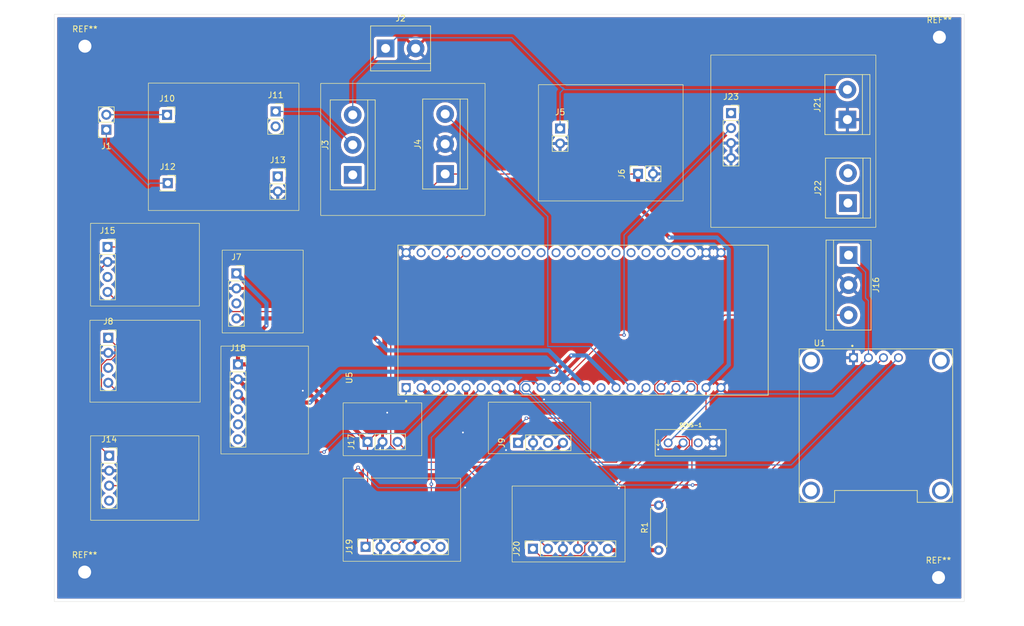
<source format=kicad_pcb>
(kicad_pcb (version 20241229) (generator "pcbnew") (generator_version "9.0")
  (layers (0 "F.Cu" signal) (2 "B.Cu" signal) (13 "F.Paste" user) (15 "B.Paste" user) (5 "F.SilkS" user "F.Silkscreen") (7 "B.SilkS" user "B.Silkscreen") (1 "F.Mask" user) (3 "B.Mask" user) (25 "Edge.Cuts" user))
  (net 0 "")
  (net 1 "Net-(J1-Pin_2)")
  (net 2 "Net-(J1-Pin_1)")
  (net 3 "GND")
  (net 4 "/BAT+")
  (net 6 "Net-(J11-Pin_1)")
  (net 7 "/+5V")
  (net 8 "/Relay_In")
  (net 10 "/+3V3")
  (net 11 "/AO_HAll")
  (net 13 "/AO_Soil")
  (net 15 "/AO_Rain")
  (net 19 "/DO_IR")
  (net 21 "/MQ_OUT")
  (net 22 "/OUT_Waterflow")
  (net 23 "/OUT_SOUND")
  (net 25 "/SCL_BME")
  (net 27 "/SDA_BME")
  (net 29 "/SDA_RTC")
  (net 31 "/SCL_RTC")
  (net 32 "/VO_dust")
  (net 33 "/LED")
  (net 34 "Net-(J20-Pin_6)")
  (net 37 "/OUT_Voltage")
  (net 39 "/DHT_OUT")
  (net 40 "/SDA_OLED")
  (net 41 "/SCL_OLED")
  (footprint "TerminalBlock:TerminalBlock_bornier-2_P5.08mm" (layer "F.Cu") (at 164.61 71.12 90)
    (property "Reference" "J22" (at 2.54 -5.08 90) (layer "F.SilkS"))
    (property "Value" "Screw_Terminal_01x02")
    (pad "1" thru_hole rect (at 0 0 90) (size 3 3) (drill 1.52) (layers "*.Cu" "*.Mask"))
    (pad "2" thru_hole circle (at 5.08 0 90) (size 3 3) (drill 1.52) (layers "*.Cu" "*.Mask"))
  )
  (footprint "Connector_PinSocket_2.54mm:PinSocket_1x04_P2.54mm_Vertical" (layer "F.Cu") (at 39.44 113.91)
    (property "Reference" "J14" (at 0 -2.77 0) (layer "F.SilkS"))
    (property "Value" "Conn_01x04_Socket")
    (pad "1" thru_hole rect (at 0 0) (size 1.7 1.7) (drill 1) (layers "*.Cu" "*.Mask") (net 10 "/+3V3"))
    (pad "2" thru_hole oval (at 0 2.54) (size 1.7 1.7) (drill 1) (layers "*.Cu" "*.Mask") (net 3 "GND"))
    (pad "3" thru_hole oval (at 0 5.08) (size 1.7 1.7) (drill 1) (layers "*.Cu" "*.Mask") (net 19 "/DO_IR"))
    (pad "4" thru_hole oval (at 0 7.62) (size 1.7 1.7) (drill 1) (layers "*.Cu" "*.Mask"))
  )
  (footprint "Connector_PinSocket_2.54mm:PinSocket_1x02_P2.54mm_Vertical" (layer "F.Cu") (at 38.965 58.685 180)
    (property "Reference" "J1" (at 0 -2.77 0) (layer "F.SilkS"))
    (property "Value" "SOLAR")
    (pad "1" thru_hole rect (at 0 0 180) (size 1.7 1.7) (drill 1) (layers "*.Cu" "*.Mask") (net 2 "Net-(J1-Pin_1)"))
    (pad "2" thru_hole oval (at 0 2.54 180) (size 1.7 1.7) (drill 1) (layers "*.Cu" "*.Mask") (net 1 "Net-(J1-Pin_2)"))
  )
  (footprint "MountingHole:MountingHole_2.2mm_M2_DIN965_Pad" (layer "F.Cu") (at 35.29 133.63)
    (property "Reference" "REF**" (at 0 -2.9 0) (layer "F.SilkS"))
    (property "Value" "MountingHole_2.2mm_M2_DIN965_Pad")
    (pad "1" thru_hole circle (at 0 0) (size 3.8 3.8) (drill 2.2) (layers "*.Cu" "*.Mask"))
  )
  (footprint "DM-OLED096-636:MODULE_DM-OLED096-636" (layer "F.Cu") (at 169.35 108.81)
    (property "Reference" "U1" (at -9.525 -13.97 0) (layer "F.SilkS"))
    (property "Value" "DM-OLED096-636")
    (pad "1" thru_hole rect (at -3.81 -11.5) (size 1.508 1.508) (drill 1) (layers "*.Cu" "*.Mask") (net 3 "GND"))
    (pad "2" thru_hole circle (at -1.27 -11.5) (size 1.508 1.508) (drill 1) (layers "*.Cu" "*.Mask") (net 10 "/+3V3"))
    (pad "3" thru_hole circle (at 1.27 -11.5) (size 1.508 1.508) (drill 1) (layers "*.Cu" "*.Mask") (net 41 "/SCL_OLED"))
    (pad "4" thru_hole circle (at 3.81 -11.5) (size 1.508 1.508) (drill 1) (layers "*.Cu" "*.Mask") (net 40 "/SDA_OLED"))
    (pad "S1" thru_hole circle (at -11 -11) (size 3 3) (drill 2) (layers "*.Cu" "*.Mask"))
    (pad "S2" thru_hole circle (at 11 -11) (size 3 3) (drill 2) (layers "*.Cu" "*.Mask"))
    (pad "S3" thru_hole circle (at 11 11) (size 3 3) (drill 2) (layers "*.Cu" "*.Mask"))
    (pad "S4" thru_hole circle (at -11 11) (size 3 3) (drill 2) (layers "*.Cu" "*.Mask"))
  )
  (footprint "Connector_PinSocket_2.54mm:PinSocket_1x03_P2.54mm_Vertical" (layer "F.Cu") (at 83.22 111.57 90)
    (property "Reference" "J17" (at 0 -2.77 90) (layer "F.SilkS"))
    (property "Value" "Conn_01x03_Socket")
    (pad "1" thru_hole rect (at 0 0 90) (size 1.7 1.7) (drill 1) (layers "*.Cu" "*.Mask") (net 10 "/+3V3"))
    (pad "2" thru_hole oval (at 0 2.54 90) (size 1.7 1.7) (drill 1) (layers "*.Cu" "*.Mask") (net 3 "GND"))
    (pad "3" thru_hole oval (at 0 5.08 90) (size 1.7 1.7) (drill 1) (layers "*.Cu" "*.Mask") (net 23 "/OUT_SOUND"))
  )
  (footprint "Connector_PinSocket_2.54mm:PinSocket_1x01_P2.54mm_Vertical" (layer "F.Cu") (at 49.37 67.74)
    (property "Reference" "J12" (at 0 -2.77 0) (layer "F.SilkS"))
    (property "Value" "Conn_01x01_Socket")
    (pad "1" thru_hole rect (at 0 0) (size 1.7 1.7) (drill 1) (layers "*.Cu" "*.Mask") (net 2 "Net-(J1-Pin_1)"))
  )
  (footprint "ESP32-S3-DEVKITC-1-N8R2 (1):XCVR_ESP32-S3-DEVKITC-1-N8R2" (layer "F.Cu") (at 119.73 90.95 90)
    (property "Reference" "U5" (at -9.775 -39.605 90) (layer "F.SilkS"))
    (property "Value" "ESP32-S3-DEVKITC-1-N8R2")
    (pad "J1_1" thru_hole rect (at -11.43 -29.97 90) (size 1.53 1.53) (drill 1.02) (layers "*.Cu" "*.Mask") (net 10 "/+3V3"))
    (pad "J1_2" thru_hole circle (at -11.43 -27.43 90) (size 1.53 1.53) (drill 1.02) (layers "*.Cu" "*.Mask") (net 10 "/+3V3"))
    (pad "J1_3" thru_hole circle (at -11.43 -24.89 90) (size 1.53 1.53) (drill 1.02) (layers "*.Cu" "*.Mask"))
    (pad "J1_4" thru_hole circle (at -11.43 -22.35 90) (size 1.53 1.53) (drill 1.02) (layers "*.Cu" "*.Mask") (net 13 "/AO_Soil"))
    (pad "J1_5" thru_hole circle (at -11.43 -19.81 90) (size 1.53 1.53) (drill 1.02) (layers "*.Cu" "*.Mask") (net 15 "/AO_Rain"))
    (pad "J1_6" thru_hole circle (at -11.43 -17.27 90) (size 1.53 1.53) (drill 1.02) (layers "*.Cu" "*.Mask") (net 29 "/SDA_RTC"))
    (pad "J1_7" thru_hole circle (at -11.43 -14.73 90) (size 1.53 1.53) (drill 1.02) (layers "*.Cu" "*.Mask") (net 31 "/SCL_RTC"))
    (pad "J1_8" thru_hole circle (at -11.43 -12.19 90) (size 1.53 1.53) (drill 1.02) (layers "*.Cu" "*.Mask") (net 39 "/DHT_OUT"))
    (pad "J1_9" thru_hole circle (at -11.43 -9.65 90) (size 1.53 1.53) (drill 1.02) (layers "*.Cu" "*.Mask") (net 40 "/SDA_OLED"))
    (pad "J1_10" thru_hole circle (at -11.43 -7.11 90) (size 1.53 1.53) (drill 1.02) (layers "*.Cu" "*.Mask") (net 41 "/SCL_OLED"))
    (pad "J1_11" thru_hole circle (at -11.43 -4.57 90) (size 1.53 1.53) (drill 1.02) (layers "*.Cu" "*.Mask") (net 37 "/OUT_Voltage"))
    (pad "J1_12" thru_hole circle (at -11.43 -2.03 90) (size 1.53 1.53) (drill 1.02) (layers "*.Cu" "*.Mask") (net 27 "/SDA_BME"))
    (pad "J1_13" thru_hole circle (at -11.43 0.51 90) (size 1.53 1.53) (drill 1.02) (layers "*.Cu" "*.Mask") (net 11 "/AO_HAll"))
    (pad "J1_14" thru_hole circle (at -11.43 3.05 90) (size 1.53 1.53) (drill 1.02) (layers "*.Cu" "*.Mask"))
    (pad "J1_15" thru_hole circle (at -11.43 5.59 90) (size 1.53 1.53) (drill 1.02) (layers "*.Cu" "*.Mask") (net 25 "/SCL_BME"))
    (pad "J1_16" thru_hole circle (at -11.43 8.13 90) (size 1.53 1.53) (drill 1.02) (layers "*.Cu" "*.Mask") (net 8 "/Relay_In"))
    (pad "J1_17" thru_hole circle (at -11.43 10.67 90) (size 1.53 1.53) (drill 1.02) (layers "*.Cu" "*.Mask") (net 19 "/DO_IR"))
    (pad "J1_18" thru_hole circle (at -11.43 13.21 90) (size 1.53 1.53) (drill 1.02) (layers "*.Cu" "*.Mask") (net 33 "/LED"))
    (pad "J1_19" thru_hole circle (at -11.43 15.75 90) (size 1.53 1.53) (drill 1.02) (layers "*.Cu" "*.Mask") (net 22 "/OUT_Waterflow"))
    (pad "J1_20" thru_hole circle (at -11.43 18.29 90) (size 1.53 1.53) (drill 1.02) (layers "*.Cu" "*.Mask") (net 23 "/OUT_SOUND"))
    (pad "J1_21" thru_hole circle (at -11.43 20.83 90) (size 1.53 1.53) (drill 1.02) (layers "*.Cu" "*.Mask") (net 7 "/+5V"))
    (pad "J1_22" thru_hole circle (at -11.43 23.37 90) (size 1.53 1.53) (drill 1.02) (layers "*.Cu" "*.Mask") (net 3 "GND"))
    (pad "J3_1" thru_hole circle (at 11.43 -29.97 90) (size 1.53 1.53) (drill 1.02) (layers "*.Cu" "*.Mask") (net 3 "GND"))
    (pad "J3_2" thru_hole circle (at 11.43 -27.43 90) (size 1.53 1.53) (drill 1.02) (layers "*.Cu" "*.Mask"))
    (pad "J3_3" thru_hole circle (at 11.43 -24.89 90) (size 1.53 1.53) (drill 1.02) (layers "*.Cu" "*.Mask"))
    (pad "J3_4" thru_hole circle (at 11.43 -22.35 90) (size 1.53 1.53) (drill 1.02) (layers "*.Cu" "*.Mask") (net 21 "/MQ_OUT"))
    (pad "J3_5" thru_hole circle (at 11.43 -19.81 90) (size 1.53 1.53) (drill 1.02) (layers "*.Cu" "*.Mask") (net 32 "/VO_dust"))
    (pad "J3_6" thru_hole circle (at 11.43 -17.27 90) (size 1.53 1.53) (drill 1.02) (layers "*.Cu" "*.Mask"))
    (pad "J3_7" thru_hole circle (at 11.43 -14.73 90) (size 1.53 1.53) (drill 1.02) (layers "*.Cu" "*.Mask"))
    (pad "J3_8" thru_hole circle (at 11.43 -12.19 90) (size 1.53 1.53) (drill 1.02) (layers "*.Cu" "*.Mask"))
    (pad "J3_9" thru_hole circle (at 11.43 -9.65 90) (size 1.53 1.53) (drill 1.02) (layers "*.Cu" "*.Mask"))
    (pad "J3_10" thru_hole circle (at 11.43 -7.11 90) (size 1.53 1.53) (drill 1.02) (layers "*.Cu" "*.Mask"))
    (pad "J3_11" thru_hole circle (at 11.43 -4.57 90) (size 1.53 1.53) (drill 1.02) (layers "*.Cu" "*.Mask"))
    (pad "J3_12" thru_hole circle (at 11.43 -2.03 90) (size 1.53 1.53) (drill 1.02) (layers "*.Cu" "*.Mask"))
    (pad "J3_13" thru_hole circle (at 11.43 0.51 90) (size 1.53 1.53) (drill 1.02) (layers "*.Cu" "*.Mask"))
    (pad "J3_14" thru_hole circle (at 11.43 3.05 90) (size 1.53 1.53) (drill 1.02) (layers "*.Cu" "*.Mask"))
    (pad "J3_15" thru_hole circle (at 11.43 5.59 90) (size 1.53 1.53) (drill 1.02) (layers "*.Cu" "*.Mask"))
    (pad "J3_16" thru_hole circle (at 11.43 8.13 90) (size 1.53 1.53) (drill 1.02) (layers "*.Cu" "*.Mask"))
    (pad "J3_17" thru_hole circle (at 11.43 10.67 90) (size 1.53 1.53) (drill 1.02) (layers "*.Cu" "*.Mask"))
    (pad "J3_18" thru_hole circle (at 11.43 13.21 90) (size 1.53 1.53) (drill 1.02) (layers "*.Cu" "*.Mask"))
    (pad "J3_19" thru_hole circle (at 11.43 15.75 90) (size 1.53 1.53) (drill 1.02) (layers "*.Cu" "*.Mask"))
    (pad "J3_20" thru_hole circle (at 11.43 18.29 90) (size 1.53 1.53) (drill 1.02) (layers "*.Cu" "*.Mask"))
    (pad "J3_21" thru_hole circle (at 11.43 20.83 90) (size 1.53 1.53) (drill 1.02) (layers "*.Cu" "*.Mask") (net 3 "GND"))
    (pad "J3_22" thru_hole circle (at 11.43 23.37 90) (size 1.53 1.53) (drill 1.02) (layers "*.Cu" "*.Mask") (net 3 "GND"))
  )
  (footprint "Connector_PinSocket_2.54mm:PinSocket_1x06_P2.54mm_Vertical" (layer "F.Cu") (at 82.89 129.35 90)
    (property "Reference" "J19" (at 0 -2.77 90) (layer "F.SilkS"))
    (property "Value" "Conn_01x06_Socket")
    (pad "1" thru_hole rect (at 0 0 90) (size 1.7 1.7) (drill 1) (layers "*.Cu" "*.Mask") (net 10 "/+3V3"))
    (pad "2" thru_hole oval (at 0 2.54 90) (size 1.7 1.7) (drill 1) (layers "*.Cu" "*.Mask") (net 3 "GND"))
    (pad "3" thru_hole oval (at 0 5.08 90) (size 1.7 1.7) (drill 1) (layers "*.Cu" "*.Mask") (net 29 "/SDA_RTC"))
    (pad "4" thru_hole oval (at 0 7.62 90) (size 1.7 1.7) (drill 1) (layers "*.Cu" "*.Mask") (net 31 "/SCL_RTC"))
    (pad "5" thru_hole oval (at 0 10.16 90) (size 1.7 1.7) (drill 1) (layers "*.Cu" "*.Mask"))
    (pad "6" thru_hole oval (at 0 12.7 90) (size 1.7 1.7) (drill 1) (layers "*.Cu" "*.Mask"))
  )
  (footprint "MountingHole:MountingHole_2.2mm_M2_DIN965_Pad" (layer "F.Cu") (at 180.1 43.01)
    (property "Reference" "REF**" (at 0 -2.9 0) (layer "F.SilkS"))
    (property "Value" "MountingHole_2.2mm_M2_DIN965_Pad")
    (pad "1" thru_hole circle (at 0 0) (size 3.8 3.8) (drill 2.2) (layers "*.Cu" "*.Mask"))
  )
  (footprint "TerminalBlock:TerminalBlock_bornier-2_P5.08mm" (layer "F.Cu") (at 86.28 44.91)
    (property "Reference" "J2" (at 2.54 -5.08 0) (layer "F.SilkS"))
    (property "Value" "Battery")
    (pad "1" thru_hole rect (at 0 0) (size 3 3) (drill 1.52) (layers "*.Cu" "*.Mask") (net 4 "/BAT+"))
    (pad "2" thru_hole circle (at 5.08 0) (size 3 3) (drill 1.52) (layers "*.Cu" "*.Mask") (net 3 "GND"))
  )
  (footprint "Connector_PinSocket_2.54mm:PinSocket_1x04_P2.54mm_Vertical" (layer "F.Cu") (at 39.17 78.55)
    (property "Reference" "J15" (at 0 -2.77 0) (layer "F.SilkS"))
    (property "Value" "Conn_01x04_Socket")
    (pad "1" thru_hole rect (at 0 0) (size 1.7 1.7) (drill 1) (layers "*.Cu" "*.Mask") (net 7 "/+5V"))
    (pad "2" thru_hole oval (at 0 2.54) (size 1.7 1.7) (drill 1) (layers "*.Cu" "*.Mask") (net 3 "GND"))
    (pad "3" thru_hole oval (at 0 5.08) (size 1.7 1.7) (drill 1) (layers "*.Cu" "*.Mask"))
    (pad "4" thru_hole oval (at 0 7.62) (size 1.7 1.7) (drill 1) (layers "*.Cu" "*.Mask") (net 21 "/MQ_OUT"))
  )
  (footprint "Connector_PinSocket_2.54mm:PinSocket_1x02_P2.54mm_Vertical" (layer "F.Cu") (at 68.01 66.6)
    (property "Reference" "J13" (at 0 -2.77 0) (layer "F.SilkS"))
    (property "Value" "Conn_01x02_Socket")
    (pad "1" thru_hole rect (at 0 0) (size 1.7 1.7) (drill 1) (layers "*.Cu" "*.Mask"))
    (pad "2" thru_hole oval (at 0 2.54) (size 1.7 1.7) (drill 1) (layers "*.Cu" "*.Mask") (net 3 "GND"))
  )
  (footprint "Connector_PinSocket_2.54mm:PinSocket_1x04_P2.54mm_Vertical" (layer "F.Cu") (at 39.29 93.94)
    (property "Reference" "J8" (at 0 -2.77 0) (layer "F.SilkS"))
    (property "Value" "Conn_01x04_Socket")
    (pad "1" thru_hole rect (at 0 0) (size 1.7 1.7) (drill 1) (layers "*.Cu" "*.Mask") (net 10 "/+3V3"))
    (pad "2" thru_hole oval (at 0 2.54) (size 1.7 1.7) (drill 1) (layers "*.Cu" "*.Mask") (net 3 "GND"))
    (pad "3" thru_hole oval (at 0 5.08) (size 1.7 1.7) (drill 1) (layers "*.Cu" "*.Mask"))
    (pad "4" thru_hole oval (at 0 7.62) (size 1.7 1.7) (drill 1) (layers "*.Cu" "*.Mask") (net 13 "/AO_Soil"))
  )
  (footprint "Connector_PinSocket_2.54mm:PinSocket_1x04_P2.54mm_Vertical" (layer "F.Cu") (at 144.8 55.87)
    (property "Reference" "J23" (at 0 -2.77 0) (layer "F.SilkS"))
    (property "Value" "Conn_01x04_Socket")
    (pad "1" thru_hole rect (at 0 0) (size 1.7 1.7) (drill 1) (layers "*.Cu" "*.Mask"))
    (pad "2" thru_hole oval (at 0 2.54) (size 1.7 1.7) (drill 1) (layers "*.Cu" "*.Mask") (net 37 "/OUT_Voltage"))
    (pad "3" thru_hole oval (at 0 5.08) (size 1.7 1.7) (drill 1) (layers "*.Cu" "*.Mask") (net 3 "GND"))
    (pad "4" thru_hole oval (at 0 7.62) (size 1.7 1.7) (drill 1) (layers "*.Cu" "*.Mask") (net 3 "GND"))
  )
  (footprint "DHT11:SENSOR-DHT11" (layer "F.Cu") (at 137.96 111.73)
    (property "Reference" "SENS-1" (at 0 -3 0) (layer "F.SilkS") (effects (font (size 0.629921 0.629921))))
    (property "Value" "DHT11")
    (pad "P$1" thru_hole circle (at -3.81 0) (size 1.508 1.508) (drill 1) (layers "*.Cu" "*.Mask") (net 10 "/+3V3"))
    (pad "P$2" thru_hole circle (at -1.27 0) (size 1.508 1.508) (drill 1) (layers "*.Cu" "*.Mask") (net 39 "/DHT_OUT"))
    (pad "P$3" thru_hole circle (at 1.27 0) (size 1.508 1.508) (drill 1) (layers "*.Cu" "*.Mask"))
    (pad "P$4" thru_hole circle (at 3.81 0) (size 1.508 1.508) (drill 1) (layers "*.Cu" "*.Mask") (net 3 "GND"))
  )
  (footprint "Connector_PinSocket_2.54mm:PinSocket_1x04_P2.54mm_Vertical" (layer "F.Cu") (at 61 83.03)
    (property "Reference" "J7" (at 0 -2.77 0) (layer "F.SilkS"))
    (property "Value" "Conn_01x04_Socket")
    (pad "1" thru_hole rect (at 0 0) (size 1.7 1.7) (drill 1) (layers "*.Cu" "*.Mask") (net 10 "/+3V3"))
    (pad "2" thru_hole oval (at 0 2.54) (size 1.7 1.7) (drill 1) (layers "*.Cu" "*.Mask") (net 3 "GND"))
    (pad "3" thru_hole oval (at 0 5.08) (size 1.7 1.7) (drill 1) (layers "*.Cu" "*.Mask"))
    (pad "4" thru_hole oval (at 0 7.62) (size 1.7 1.7) (drill 1) (layers "*.Cu" "*.Mask") (net 11 "/AO_HAll"))
  )
  (footprint "Connector_PinSocket_2.54mm:PinSocket_1x02_P2.54mm_Vertical" (layer "F.Cu") (at 115.84 58.48)
    (property "Reference" "J5" (at 0 -2.77 0) (layer "F.SilkS"))
    (property "Value" "Conn_01x02_Socket")
    (pad "1" thru_hole rect (at 0 0) (size 1.7 1.7) (drill 1) (layers "*.Cu" "*.Mask") (net 4 "/BAT+"))
    (pad "2" thru_hole oval (at 0 2.54) (size 1.7 1.7) (drill 1) (layers "*.Cu" "*.Mask") (net 3 "GND"))
  )
  (footprint "TerminalBlock:TerminalBlock_bornier-3_P5.08mm" (layer "F.Cu") (at 80.71 66.33 90)
    (property "Reference" "J3" (at 5.05 -4.65 90) (layer "F.SilkS"))
    (property "Value" "Screw_Terminal_01x03")
    (pad "1" thru_hole rect (at 0 0 90) (size 3 3) (drill 1.52) (layers "*.Cu" "*.Mask"))
    (pad "2" thru_hole circle (at 5.08 0 90) (size 3 3) (drill 1.52) (layers "*.Cu" "*.Mask") (net 6 "Net-(J11-Pin_1)"))
    (pad "3" thru_hole circle (at 10.16 0 90) (size 3 3) (drill 1.52) (layers "*.Cu" "*.Mask") (net 4 "/BAT+"))
  )
  (footprint "MountingHole:MountingHole_2.2mm_M2_DIN965_Pad" (layer "F.Cu") (at 35.34 44.54)
    (property "Reference" "REF**" (at 0 -2.9 0) (layer "F.SilkS"))
    (property "Value" "MountingHole_2.2mm_M2_DIN965_Pad")
    (pad "1" thru_hole circle (at 0 0) (size 3.8 3.8) (drill 2.2) (layers "*.Cu" "*.Mask"))
  )
  (footprint "Connector_PinSocket_2.54mm:PinSocket_1x06_P2.54mm_Vertical" (layer "F.Cu") (at 111.24 129.68 90)
    (property "Reference" "J20" (at 0 -2.77 90) (layer "F.SilkS"))
    (property "Value" "Conn_01x06_Socket")
    (pad "1" thru_hole rect (at 0 0 90) (size 1.7 1.7) (drill 1) (layers "*.Cu" "*.Mask") (net 7 "/+5V"))
    (pad "2" thru_hole oval (at 0 2.54 90) (size 1.7 1.7) (drill 1) (layers "*.Cu" "*.Mask") (net 32 "/VO_dust"))
    (pad "3" thru_hole oval (at 0 5.08 90) (size 1.7 1.7) (drill 1) (layers "*.Cu" "*.Mask") (net 3 "GND"))
    (pad "4" thru_hole oval (at 0 7.62 90) (size 1.7 1.7) (drill 1) (layers "*.Cu" "*.Mask") (net 33 "/LED"))
    (pad "5" thru_hole oval (at 0 10.16 90) (size 1.7 1.7) (drill 1) (layers "*.Cu" "*.Mask") (net 3 "GND"))
    (pad "6" thru_hole oval (at 0 12.7 90) (size 1.7 1.7) (drill 1) (layers "*.Cu" "*.Mask") (net 34 "Net-(J20-Pin_6)"))
  )
  (footprint "TerminalBlock:TerminalBlock_bornier-2_P5.08mm" (layer "F.Cu") (at 164.51 56.97 90)
    (property "Reference" "J21" (at 2.54 -5.08 90) (layer "F.SilkS"))
    (property "Value" "Screw_Terminal_01x02")
    (pad "1" thru_hole rect (at 0 0 90) (size 3 3) (drill 1.52) (layers "*.Cu" "*.Mask") (net 3 "GND"))
    (pad "2" thru_hole circle (at 5.08 0 90) (size 3 3) (drill 1.52) (layers "*.Cu" "*.Mask") (net 4 "/BAT+"))
  )
  (footprint "Connector_PinSocket_2.54mm:PinSocket_1x06_P2.54mm_Vertical" (layer "F.Cu") (at 61.27 98.44)
    (property "Reference" "J18" (at 0 -2.77 0) (layer "F.SilkS"))
    (property "Value" "Conn_01x06_Socket")
    (pad "1" thru_hole rect (at 0 0) (size 1.7 1.7) (drill 1) (layers "*.Cu" "*.Mask") (net 10 "/+3V3"))
    (pad "2" thru_hole oval (at 0 2.54) (size 1.7 1.7) (drill 1) (layers "*.Cu" "*.Mask") (net 3 "GND"))
    (pad "3" thru_hole oval (at 0 5.08) (size 1.7 1.7) (drill 1) (layers "*.Cu" "*.Mask") (net 25 "/SCL_BME"))
    (pad "4" thru_hole oval (at 0 7.62) (size 1.7 1.7) (drill 1) (layers "*.Cu" "*.Mask") (net 27 "/SDA_BME"))
    (pad "5" thru_hole oval (at 0 10.16) (size 1.7 1.7) (drill 1) (layers "*.Cu" "*.Mask"))
    (pad "6" thru_hole oval (at 0 12.7) (size 1.7 1.7) (drill 1) (layers "*.Cu" "*.Mask"))
  )
  (footprint "Connector_PinSocket_2.54mm:PinSocket_1x02_P2.54mm_Vertical" (layer "F.Cu") (at 67.65 55.59)
    (property "Reference" "J11" (at 0 -2.77 0) (layer "F.SilkS"))
    (property "Value" "Conn_01x02_Socket")
    (pad "1" thru_hole rect (at 0 0) (size 1.7 1.7) (drill 1) (layers "*.Cu" "*.Mask") (net 6 "Net-(J11-Pin_1)"))
    (pad "2" thru_hole oval (at 0 2.54) (size 1.7 1.7) (drill 1) (layers "*.Cu" "*.Mask"))
  )
  (footprint "Resistor_THT:R_Axial_DIN0207_L6.3mm_D2.5mm_P7.62mm_Horizontal" (layer "F.Cu") (at 132.54 129.92 90)
    (property "Reference" "R1" (at 3.81 -2.37 90) (layer "F.SilkS"))
    (property "Value" "150")
    (pad "1" thru_hole circle (at 0 0 90) (size 1.6 1.6) (drill 0.8) (layers "*.Cu" "*.Mask") (net 34 "Net-(J20-Pin_6)"))
    (pad "2" thru_hole oval (at 7.62 0 90) (size 1.6 1.6) (drill 0.8) (layers "*.Cu" "*.Mask") (net 7 "/+5V"))
  )
  (footprint "TerminalBlock:TerminalBlock_bornier-3_P5.08mm" (layer "F.Cu") (at 164.71 79.93 -90)
    (property "Reference" "J16" (at 5.05 -4.65 90) (layer "F.SilkS"))
    (property "Value" "Screw_Terminal_01x03")
    (pad "1" thru_hole rect (at 0 0 270) (size 3 3) (drill 1.52) (layers "*.Cu" "*.Mask") (net 10 "/+3V3"))
    (pad "2" thru_hole circle (at 5.08 0 270) (size 3 3) (drill 1.52) (layers "*.Cu" "*.Mask") (net 3 "GND"))
    (pad "3" thru_hole circle (at 10.16 0 270) (size 3 3) (drill 1.52) (layers "*.Cu" "*.Mask") (net 22 "/OUT_Waterflow"))
  )
  (footprint "Connector_PinSocket_2.54mm:PinSocket_1x02_P2.54mm_Vertical" (layer "F.Cu") (at 129.04 66.16 90)
    (property "Reference" "J6" (at 0 -2.77 90) (layer "F.SilkS"))
    (property "Value" "Conn_01x02_Socket")
    (pad "1" thru_hole rect (at 0 0 90) (size 1.7 1.7) (drill 1) (layers "*.Cu" "*.Mask") (net 7 "/+5V"))
    (pad "2" thru_hole oval (at 0 2.54 90) (size 1.7 1.7) (drill 1) (layers "*.Cu" "*.Mask") (net 3 "GND"))
  )
  (footprint "TerminalBlock:TerminalBlock_bornier-3_P5.08mm" (layer "F.Cu") (at 96.37 66.19 90)
    (property "Reference" "J4" (at 5.05 -4.65 90) (layer "F.SilkS"))
    (property "Value" "Screw_Terminal_01x03")
    (pad "1" thru_hole rect (at 0 0 90) (size 3 3) (drill 1.52) (layers "*.Cu" "*.Mask") (net 7 "/+5V"))
    (pad "2" thru_hole circle (at 5.08 0 90) (size 3 3) (drill 1.52) (layers "*.Cu" "*.Mask") (net 3 "GND"))
    (pad "3" thru_hole circle (at 10.16 0 90) (size 3 3) (drill 1.52) (layers "*.Cu" "*.Mask") (net 8 "/Relay_In"))
  )
  (footprint "Connector_PinSocket_2.54mm:PinSocket_1x01_P2.54mm_Vertical" (layer "F.Cu") (at 49.25 56.17)
    (property "Reference" "J10" (at 0 -2.77 0) (layer "F.SilkS"))
    (property "Value" "Conn_01x01_Socket")
    (pad "1" thru_hole rect (at 0 0) (size 1.7 1.7) (drill 1) (layers "*.Cu" "*.Mask") (net 1 "Net-(J1-Pin_2)"))
  )
  (footprint "MountingHole:MountingHole_2.2mm_M2_DIN965_Pad" (layer "F.Cu") (at 179.95 134.55)
    (property "Reference" "REF**" (at 0 -2.9 0) (layer "F.SilkS"))
    (property "Value" "MountingHole_2.2mm_M2_DIN965_Pad")
    (pad "1" thru_hole circle (at 0 0) (size 3.8 3.8) (drill 2.2) (layers "*.Cu" "*.Mask"))
  )
  (footprint "Connector_PinSocket_2.54mm:PinSocket_1x04_P2.54mm_Vertical" (layer "F.Cu") (at 108.72 111.73 90)
    (property "Reference" "J9" (at 0 -2.77 90) (layer "F.SilkS"))
    (property "Value" "Conn_01x04_Socket")
    (pad "1" thru_hole rect (at 0 0 90) (size 1.7 1.7) (drill 1) (layers "*.Cu" "*.Mask") (net 10 "/+3V3"))
    (pad "2" thru_hole oval (at 0 2.54 90) (size 1.7 1.7) (drill 1) (layers "*.Cu" "*.Mask") (net 3 "GND"))
    (pad "3" thru_hole oval (at 0 5.08 90) (size 1.7 1.7) (drill 1) (layers "*.Cu" "*.Mask"))
    (pad "4" thru_hole oval (at 0 7.62 90) (size 1.7 1.7) (drill 1) (layers "*.Cu" "*.Mask") (net 15 "/AO_Rain"))
  )
  (gr_rect (start 36.3 110.54) (end 54.64 124.85) (stroke (width 0.1)) (fill no) (layer "F.SilkS"))
  (gr_rect (start 141.37 46.03) (end 169.33 75.22) (stroke (width 0.1)) (fill no) (layer "F.SilkS"))
  (gr_rect (start 58.6 79.09) (end 72.32 93.11) (stroke (width 0.1)) (fill no) (layer "F.SilkS"))
  (gr_rect (start 36.29 74.54) (end 54.73 88.56) (stroke (width 0.1)) (fill no) (layer "F.SilkS"))
  (gr_rect (start 36.19 90.97) (end 54.86 104.84) (stroke (width 0.1)) (fill no) (layer "F.SilkS"))
  (gr_rect (start 103.69 104.85) (end 121.03 113.57) (stroke (width 0.1)) (fill no) (layer "F.SilkS"))
  (gr_rect (start 46.09 50.79) (end 71.59 72.37) (stroke (width 0.1)) (fill no) (layer "F.SilkS"))
  (gr_rect (start 58.38 95.35) (end 73.21 113.61) (stroke (width 0.1)) (fill no) (layer "F.SilkS"))
  (gr_rect (start 79.09 104.96) (end 92.4 113.91) (stroke (width 0.1)) (fill no) (layer "F.SilkS"))
  (gr_rect (start 107.72 119.05) (end 126.84 131.91) (stroke (width 0.1)) (fill no) (layer "F.SilkS"))
  (gr_rect (start 75.28 50.84) (end 103.13 73.21) (stroke (width 0.1)) (fill no) (layer "F.SilkS"))
  (gr_rect (start 112.18 51.06) (end 136.68 70.75) (stroke (width 0.1)) (fill no) (layer "F.SilkS"))
  (gr_rect (start 79.09 117.71) (end 98.99 131.8) (stroke (width 0.1)) (fill no) (layer "F.SilkS"))
  (gr_rect (start 30.15 39.14) (end 184.31 138.62) (stroke (width 0.05)) (fill no) (layer "Edge.Cuts"))
  (segment (start 49.225 56.145) (end 49.25 56.17) (width 0.2) (layer "B.Cu") (net 1))
  (segment (start 38.965 56.145) (end 49.225 56.145) (width 0.2) (layer "B.Cu") (net 1))
  (segment (start 46.05 68.07) (end 46.38 67.74) (width 0.2) (layer "B.Cu") (net 2))
  (segment (start 46.38 67.74) (end 49.37 67.74) (width 0.2) (layer "B.Cu") (net 2))
  (segment (start 38.965 58.685) (end 38.965 60.985) (width 0.2) (layer "B.Cu") (net 2))
  (segment (start 38.965 60.985) (end 46.05 68.07) (width 0.2) (layer "B.Cu") (net 2))
  (segment (start 37.17 96.12) (end 37.53 96.48) (width 0.2) (layer "F.Cu") (net 3))
  (segment (start 37.02 83.24) (end 37.02 96.12) (width 0.2) (layer "F.Cu") (net 3))
  (segment (start 37.02 96.12) (end 37.17 96.12) (width 0.2) (layer "F.Cu") (net 3))
  (segment (start 63.19 102.9) (end 72.25 102.9) (width 0.7) (layer "F.Cu") (net 3))
  (segment (start 37.53 96.48) (end 39.29 96.48) (width 0.2) (layer "F.Cu") (net 3))
  (segment (start 39.17 81.09) (end 37.02 83.24) (width 0.2) (layer "F.Cu") (net 3))
  (segment (start 61.27 100.98) (end 63.19 102.9) (width 0.7) (layer "F.Cu") (net 3))
  (via (at 72.25 102.9) (size 0.6) (drill 0.3) (layers "F.Cu" "B.Cu") (net 3))
  (segment (start 75.497504 114.141) (end 83.189 114.141) (width 0.7) (layer "B.Cu") (net 3))
  (segment (start 72.25 102.9) (end 72.25 110.893496) (width 0.7) (layer "B.Cu") (net 3))
  (segment (start 72.25 110.893496) (end 75.497504 114.141) (width 0.7) (layer "B.Cu") (net 3))
  (segment (start 144.8 60.95) (end 144.8 63.49) (width 0.2) (layer "B.Cu") (net 3))
  (segment (start 83.189 114.141) (end 85.76 111.57) (width 0.7) (layer "B.Cu") (net 3))
  (segment (start 116.125 51.545) (end 116.41 51.83) (width 0.2) (layer "B.Cu") (net 4))
  (segment (start 88.081 43.109) (end 107.689 43.109) (width 0.2) (layer "B.Cu") (net 4))
  (segment (start 80.71 56.17) (end 80.71 50.48) (width 0.2) (layer "B.Cu") (net 4))
  (segment (start 107.689 43.109) (end 116.125 51.545) (width 0.2) (layer "B.Cu") (net 4))
  (segment (start 115.84 52.4) (end 115.84 58.48) (width 0.2) (layer "B.Cu") (net 4))
  (segment (start 116.28 51.54) (end 116.275 51.545) (width 0.2) (layer "B.Cu") (net 4))
  (segment (start 86.28 44.91) (end 88.081 43.109) (width 0.2) (layer "B.Cu") (net 4))
  (segment (start 116.275 51.545) (end 116.125 51.545) (width 0.2) (layer "B.Cu") (net 4))
  (segment (start 116.41 51.83) (end 115.84 52.4) (width 0.2) (layer "B.Cu") (net 4))
  (segment (start 80.71 50.48) (end 86.28 44.91) (width 0.2) (layer "B.Cu") (net 4))
  (segment (start 164.51 51.89) (end 116.63 51.89) (width 0.2) (layer "B.Cu") (net 4))
  (segment (start 116.63 51.89) (end 116.28 51.54) (width 0.2) (layer "B.Cu") (net 4))
  (segment (start 67.65 55.59) (end 75.05 55.59) (width 0.2) (layer "B.Cu") (net 6))
  (segment (start 75.05 55.59) (end 80.71 61.25) (width 0.2) (layer "B.Cu") (net 6))
  (segment (start 84.01 78.55) (end 96.37 66.19) (width 0.2) (layer "F.Cu") (net 7))
  (segment (start 138.175 116.665) (end 138.175 108.995) (width 0.2) (layer "F.Cu") (net 7))
  (segment (start 132.54 122.3) (end 126.91424 122.3) (width 0.2) (layer "F.Cu") (net 7))
  (segment (start 119.33676 130.831) (end 112.391 130.831) (width 0.2) (layer "F.Cu") (net 7))
  (segment (start 129.04 71.62) (end 134.37 76.95) (width 0.7) (layer "F.Cu") (net 7))
  (segment (start 129.04 66.16) (end 129.04 71.62) (width 0.7) (layer "F.Cu") (net 7))
  (segment (start 120.011 130.15676) (end 119.33676 130.831) (width 0.2) (layer "F.Cu") (net 7))
  (segment (start 39.17 78.55) (end 84.01 78.55) (width 0.2) (layer "F.Cu") (net 7))
  (segment (start 132.54 122.3) (end 138.175 116.665) (width 0.2) (layer "F.Cu") (net 7))
  (segment (start 140.56 106.61) (end 140.56 102.38) (width 0.2) (layer "F.Cu") (net 7))
  (segment (start 96.37 66.19) (end 129.01 66.19) (width 0.2) (layer "F.Cu") (net 7))
  (segment (start 129.01 66.19) (end 129.04 66.16) (width 0.2) (layer "F.Cu") (net 7))
  (segment (start 126.91424 122.3) (end 120.011 129.20324) (width 0.2) (layer "F.Cu") (net 7))
  (segment (start 120.011 129.20324) (end 120.011 130.15676) (width 0.2) (layer "F.Cu") (net 7))
  (segment (start 112.391 130.831) (end 111.24 129.68) (width 0.2) (layer "F.Cu") (net 7))
  (segment (start 138.175 108.995) (end 140.56 106.61) (width 0.2) (layer "F.Cu") (net 7))
  (via (at 134.37 76.95) (size 0.6) (drill 0.3) (layers "F.Cu" "B.Cu") (net 7))
  (segment (start 144.416 98.524) (end 140.56 102.38) (width 0.7) (layer "B.Cu") (net 7))
  (segment (start 142.391106 76.95) (end 144.416 78.974894) (width 0.7) (layer "B.Cu") (net 7))
  (segment (start 134.37 76.95) (end 142.391106 76.95) (width 0.7) (layer "B.Cu") (net 7))
  (segment (start 144.416 78.974894) (end 144.416 98.524) (width 0.7) (layer "B.Cu") (net 7))
  (segment (start 120.9 95.42) (end 127.86 102.38) (width 0.2) (layer "B.Cu") (net 8))
  (segment (start 113.75 95.42) (end 120.9 95.42) (width 0.2) (layer "B.Cu") (net 8))
  (segment (start 113.75 73.41) (end 113.75 95.42) (width 0.2) (layer "B.Cu") (net 8))
  (segment (start 96.37 56.03) (end 113.75 73.41) (width 0.2) (layer "B.Cu") (net 8))
  (segment (start 61.27 98.44) (end 61.27 96.68) (width 0.7) (layer "F.Cu") (net 10))
  (segment (start 61.27 98.44) (end 70.09 98.44) (width 0.7) (layer "F.Cu") (net 10))
  (segment (start 70.09 98.44) (end 83.22 111.57) (width 0.7) (layer "F.Cu") (net 10))
  (segment (start 38.139 112.609) (end 38.139 98.54324) (width 0.2) (layer "F.Cu") (net 10))
  (segment (start 39.44 113.91) (end 38.139 112.609) (width 0.2) (layer "F.Cu") (net 10))
  (segment (start 92.3 102.38) (end 99.38 109.46) (width 0.7) (layer "F.Cu") (net 10))
  (segment (start 61.27 96.68) (end 66.09 91.86) (width 0.7) (layer "F.Cu") (net 10))
  (segment (start 130.457384 119.454612) (end 125.782863 119.454612) (width 0.2) (layer "F.Cu") (net 10))
  (segment (start 83.22 111.57) (end 83.22 129.02) (width 0.2) (layer "F.Cu") (net 10))
  (segment (start 39.05124 97.631) (end 39.76676 97.631) (width 0.2) (layer "F.Cu") (net 10))
  (segment (start 39.76676 97.631) (end 40.441 96.95676) (width 0.2) (layer "F.Cu") (net 10))
  (segment (start 137.126996 110.675) (end 137.745 111.293004) (width 0.2) (layer "F.Cu") (net 10))
  (segment (start 86.549 108.241) (end 86.549 106.62) (width 0.2) (layer "F.Cu") (net 10))
  (segment (start 40.441 96.95676) (end 40.441 95.091) (width 0.2) (layer "F.Cu") (net 10))
  (segment (start 99.38 109.46) (end 99.38 109.98) (width 0.7) (layer "F.Cu") (net 10))
  (segment (start 83.22 129.02) (end 82.89 129.35) (width 0.2) (layer "F.Cu") (net 10))
  (segment (start 83.22 111.57) (end 86.549 108.241) (width 0.2) (layer "F.Cu") (net 10))
  (segment (start 135.205 110.675) (end 137.126996 110.675) (width 0.2) (layer "F.Cu") (net 10))
  (segment (start 134.15 111.73) (end 135.205 110.675) (width 0.2) (layer "F.Cu") (net 10))
  (segment (start 38.139 98.54324) (end 39.05124 97.631) (width 0.2) (layer "F.Cu") (net 10))
  (segment (start 40.441 95.091) (end 39.29 93.94) (width 0.2) (layer "F.Cu") (net 10))
  (segment (start 137.745 112.166996) (end 130.457384 119.454612) (width 0.2) (layer "F.Cu") (net 10))
  (segment (start 137.745 111.293004) (end 137.745 112.166996) (width 0.2) (layer "F.Cu") (net 10))
  (via (at 99.38 109.98) (size 0.6) (drill 0.3) (layers "F.Cu" "B.Cu") (net 10))
  (via (at 66.09 91.86) (size 0.6) (drill 0.3) (layers "F.Cu" "B.Cu") (net 10))
  (via (at 125.782863 119.454612) (size 0.6) (drill 0.3) (layers "F.Cu" "B.Cu") (net 10))
  (via (at 86.549 106.62) (size 0.6) (drill 0.3) (layers "F.Cu" "B.Cu") (net 10))
  (segment (start 86.549 106.62) (end 89.76 103.409) (width 0.2) (layer "B.Cu") (net 10))
  (segment (start 110.991 109.459) (end 108.72 111.73) (width 0.7) (layer "B.Cu") (net 10))
  (segment (start 66.09 91.86) (end 66.09 88.12) (width 0.7) (layer "B.Cu") (net 10))
  (segment (start 161.944 103.446) (end 142.434 103.446) (width 0.2) (layer "B.Cu") (net 10))
  (segment (start 110.492496 106.709) (end 110.991 107.207504) (width 0.7) (layer "B.Cu") (net 10))
  (segment (start 167.59 82.81) (end 167.59 87.19) (width 0.2) (layer "B.Cu") (net 10))
  (segment (start 125.782863 119.454612) (end 115.787251 109.459) (width 0.2) (layer "B.Cu") (net 10))
  (segment (start 66.09 88.12) (end 61 83.03) (width 0.7) (layer "B.Cu") (net 10))
  (segment (start 99.38 109.98) (end 102.651 106.709) (width 0.7) (layer "B.Cu") (net 10))
  (segment (start 164.71 79.93) (end 167.59 82.81) (width 0.2) (layer "B.Cu") (net 10))
  (segment (start 102.651 106.709) (end 110.492496 106.709) (width 0.7) (layer "B.Cu") (net 10))
  (segment (start 115.787251 109.459) (end 110.991 109.459) (width 0.2) (layer "B.Cu") (net 10))
  (segment (start 110.991 107.207504) (end 110.991 109.459) (width 0.7) (layer "B.Cu") (net 10))
  (segment (start 142.434 103.446) (end 134.15 111.73) (width 0.2) (layer "B.Cu") (net 10))
  (segment (start 167.59 87.19) (end 168.08 87.68) (width 0.2) (layer "B.Cu") (net 10))
  (segment (start 89.76 103.409) (end 89.76 102.38) (width 0.2) (layer "B.Cu") (net 10))
  (segment (start 168.08 87.68) (end 168.08 97.31) (width 0.2) (layer "B.Cu") (net 10))
  (segment (start 168.08 97.31) (end 161.944 103.446) (width 0.2) (layer "B.Cu") (net 10))
  (segment (start 61 90.65) (end 81.11 90.65) (width 0.7) (layer "F.Cu") (net 11))
  (segment (start 81.11 90.65) (end 84.89 94.43) (width 0.7) (layer "F.Cu") (net 11))
  (via (at 84.89 94.43) (size 0.6) (drill 0.3) (layers "F.Cu" "B.Cu") (net 11))
  (segment (start 113.931 96.071) (end 120.24 102.38) (width 0.7) (layer "B.Cu") (net 11))
  (segment (start 84.89 94.43) (end 86.531 96.071) (width 0.7) (layer "B.Cu") (net 11))
  (segment (start 86.531 96.071) (end 113.931 96.071) (width 0.7) (layer "B.Cu") (net 11))
  (segment (start 39.29 101.56) (end 51.02 113.29) (width 0.2) (layer "F.Cu") (net 13))
  (segment (start 51.02 113.29) (end 75.85 113.29) (width 0.2) (layer "F.Cu") (net 13))
  (via (at 75.85 113.29) (size 0.6) (drill 0.3) (layers "F.Cu" "B.Cu") (net 13))
  (segment (start 75.85 113.29) (end 78.98 110.16) (width 0.2) (layer "B.Cu") (net 13))
  (segment (start 78.98 110.16) (end 89.6 110.16) (width 0.2) (layer "B.Cu") (net 13))
  (segment (start 89.6 110.16) (end 97.38 102.38) (width 0.2) (layer "B.Cu") (net 13))
  (segment (start 106.306794 113.861) (end 99.92 107.474206) (width 0.7) (layer "F.Cu") (net 15))
  (segment (start 116.34 111.73) (end 114.209 113.861) (width 0.7) (layer "F.Cu") (net 15))
  (segment (start 99.92 107.474206) (end 99.92 102.38) (width 0.7) (layer "F.Cu") (net 15))
  (segment (start 114.209 113.861) (end 106.306794 113.861) (width 0.7) (layer "F.Cu") (net 15))
  (segment (start 39.44 118.99) (end 78.53 118.99) (width 0.2) (layer "F.Cu") (net 19))
  (segment (start 78.53 118.99) (end 81.61 115.91) (width 0.2) (layer "F.Cu") (net 19))
  (segment (start 125.22 107.56) (end 130.4 102.38) (width 0.2) (layer "F.Cu") (net 19))
  (segment (start 110.14 107.56) (end 125.22 107.56) (width 0.2) (layer "F.Cu") (net 19))
  (via (at 81.61 115.91) (size 0.6) (drill 0.3) (layers "F.Cu" "B.Cu") (net 19))
  (via (at 110.14 107.56) (size 0.6) (drill 0.3) (layers "F.Cu" "B.Cu") (net 19))
  (segment (start 85.031 119.331) (end 98.369 119.331) (width 0.2) (layer "B.Cu") (net 19))
  (segment (start 81.61 115.91) (end 85.031 119.331) (width 0.2) (layer "B.Cu") (net 19))
  (segment (start 98.369 119.331) (end 110.14 107.56) (width 0.2) (layer "B.Cu") (net 19))
  (segment (start 52.07 90.01) (end 52.581 89.499) (width 0.2) (layer "F.Cu") (net 21))
  (segment (start 87.401 89.499) (end 97.38 79.52) (width 0.2) (layer "F.Cu") (net 21))
  (segment (start 43.01 90.01) (end 52.07 90.01) (width 0.2) (layer "F.Cu") (net 21))
  (segment (start 39.17 86.17) (end 43.01 90.01) (width 0.2) (layer "F.Cu") (net 21))
  (segment (start 52.581 89.499) (end 87.401 89.499) (width 0.2) (layer "F.Cu") (net 21))
  (segment (start 134.414 103.446) (end 135.48 102.38) (width 0.2) (layer "F.Cu") (net 22))
  (segment (start 164.71 90.09) (end 143.722448 90.09) (width 0.2) (layer "F.Cu") (net 22))
  (segment (start 143.722448 90.09) (end 131.874 101.938448) (width 0.2) (layer "F.Cu") (net 22))
  (segment (start 131.874 101.938448) (end 131.874 102.821552) (width 0.2) (layer "F.Cu") (net 22))
  (segment (start 132.498448 103.446) (end 134.414 103.446) (width 0.2) (layer "F.Cu") (net 22))
  (segment (start 131.874 102.821552) (end 132.498448 103.446) (width 0.2) (layer "F.Cu") (net 22))
  (segment (start 91.74 115.01) (end 88.3 111.57) (width 0.2) (layer "F.Cu") (net 23))
  (segment (start 125.39 115.01) (end 91.74 115.01) (width 0.2) (layer "F.Cu") (net 23))
  (segment (start 138.02 102.38) (end 125.39 115.01) (width 0.2) (layer "F.Cu") (net 23))
  (segment (start 62.66 104.91) (end 73.45 104.91) (width 0.7) (layer "F.Cu") (net 25))
  (segment (start 61.27 103.52) (end 62.66 104.91) (width 0.7) (layer "F.Cu") (net 25))
  (segment (start 114.75 99.69) (end 114.97 99.69) (width 0.7) (layer "F.Cu") (net 25))
  (segment (start 114.97 99.69) (end 117.73 96.93) (width 0.7) (layer "F.Cu") (net 25))
  (via (at 73.45 104.91) (size 0.6) (drill 0.3) (layers "F.Cu" "B.Cu") (net 25))
  (via (at 117.73 96.93) (size 0.6) (drill 0.3) (layers "F.Cu" "B.Cu") (net 25))
  (via (at 114.75 99.69) (size 0.6) (drill 0.3) (layers "F.Cu" "B.Cu") (net 25))
  (segment (start 78.67 99.69) (end 114.75 99.69) (width 0.7) (layer "B.Cu") (net 25))
  (segment (start 73.45 104.91) (end 78.67 99.69) (width 0.7) (layer "B.Cu") (net 25))
  (segment (start 125.32 101.99) (end 125.32 102.38) (width 0.7) (layer "B.Cu") (net 25))
  (segment (start 120.26 96.93) (end 125.32 101.99) (width 0.7) (layer "B.Cu") (net 25))
  (segment (start 117.73 96.93) (end 120.26 96.93) (width 0.7) (layer "B.Cu") (net 25))
  (segment (start 94.03 123.29) (end 94.03 118.73) (width 0.2) (layer "F.Cu") (net 29))
  (segment (start 87.97 129.35) (end 94.03 123.29) (width 0.2) (layer "F.Cu") (net 29))
  (via (at 94.03 118.73) (size 0.6) (drill 0.3) (layers "F.Cu" "B.Cu") (net 29))
  (segment (start 94.03 118.73) (end 94.03 110.81) (width 0.2) (layer "B.Cu") (net 29))
  (segment (start 94.03 110.81) (end 102.46 102.38) (width 0.2) (layer "B.Cu") (net 29))
  (segment (start 106.68 104.06) (end 105 102.38) (width 0.7) (layer "F.Cu") (net 31))
  (segment (start 90.51 129.35) (end 99.75 120.11) (width 0.7) (layer "F.Cu") (net 31))
  (segment (start 106.68 112.96) (end 106.68 104.06) (width 0.7) (layer "F.Cu") (net 31))
  (segment (start 99.75 120.11) (end 99.75 119.3) (width 0.7) (layer "F.Cu") (net 31))
  (via (at 106.68 112.96) (size 0.6) (drill 0.3) (layers "F.Cu" "B.Cu") (net 31))
  (via (at 99.75 119.3) (size 0.6) (drill 0.3) (layers "F.Cu" "B.Cu") (net 31))
  (segment (start 106.09 112.96) (end 106.68 112.96) (width 0.7) (layer "B.Cu") (net 31))
  (segment (start 99.75 119.3) (end 106.09 112.96) (width 0.7) (layer "B.Cu") (net 31))
  (segment (start 100.37 116.27) (end 91.37224 116.27) (width 0.2) (layer "F.Cu") (net 32))
  (segment (start 87.149 92.291) (end 99.92 79.52) (width 0.2) (layer "F.Cu") (net 32))
  (segment (start 91.37224 116.27) (end 87.149 112.04676) (width 0.2) (layer "F.Cu") (net 32))
  (segment (start 113.78 129.68) (end 100.37 116.27) (width 0.2) (layer "F.Cu") (net 32))
  (segment (start 87.149 112.04676) (end 87.149 92.291) (width 0.2) (layer "F.Cu") (net 32))
  (segment (start 139.086 105.302004) (end 118.86 125.528004) (width 0.2) (layer "F.Cu") (net 33))
  (segment (start 118.86 125.528004) (end 118.86 129.68) (width 0.2) (layer "F.Cu") (net 33))
  (segment (start 138.461552 101.314) (end 139.086 101.938448) (width 0.2) (layer "F.Cu") (net 33))
  (segment (start 139.086 101.938448) (end 139.086 105.302004) (width 0.2) (layer "F.Cu") (net 33))
  (segment (start 134.006 101.314) (end 138.461552 101.314) (width 0.2) (layer "F.Cu") (net 33))
  (segment (start 132.94 102.38) (end 134.006 101.314) (width 0.2) (layer "F.Cu") (net 33))
  (segment (start 124.18 129.92) (end 123.94 129.68) (width 0.7) (layer "F.Cu") (net 34))
  (segment (start 132.54 129.92) (end 124.18 129.92) (width 0.7) (layer "F.Cu") (net 34))
  (segment (start 126.68 93.46) (end 124.08 93.46) (width 0.2) (layer "F.Cu") (net 37))
  (segment (start 124.08 93.46) (end 115.16 102.38) (width 0.2) (layer "F.Cu") (net 37))
  (via (at 126.68 93.46) (size 0.6) (drill 0.3) (layers "F.Cu" "B.Cu") (net 37))
  (segment (start 126.68 76.53) (end 126.68 93.46) (width 0.2) (layer "B.Cu") (net 37))
  (segment (start 144.8 58.41) (end 126.68 76.53) (width 0.2) (layer "B.Cu") (net 37))
  (segment (start 113.12 104.38) (end 109.54 104.38) (width 0.7) (layer "F.Cu") (net 39))
  (segment (start 132.655 113.035) (end 132.464329 112.844329) (width 0.7) (layer "F.Cu") (net 39))
  (segment (start 109.54 104.38) (end 107.54 102.38) (width 0.7) (layer "F.Cu") (net 39))
  (segment (start 136.69 111.73) (end 135.385 113.035) (width 0.7) (layer "F.Cu") (net 39))
  (segment (start 135.385 113.035) (end 132.655 113.035) (width 0.7) (layer "F.Cu") (net 39))
  (via (at 113.12 104.38) (size 0.6) (drill 0.3) (layers "F.Cu" "B.Cu") (net 39))
  (via (at 132.464329 112.844329) (size 0.6) (drill 0.3) (layers "F.Cu" "B.Cu") (net 39))
  (segment (start 121.584329 112.844329) (end 113.12 104.38) (width 0.7) (layer "B.Cu") (net 39))
  (segment (start 132.464329 112.844329) (end 121.584329 112.844329) (width 0.7) (layer "B.Cu") (net 39))
  (segment (start 173.16 97.31) (end 154.99 115.48) (width 0.2) (layer "B.Cu") (net 40))
  (segment (start 154.99 115.48) (end 123.18 115.48) (width 0.2) (layer "B.Cu") (net 40))
  (segment (start 123.18 115.48) (end 110.08 102.38) (width 0.2) (layer "B.Cu") (net 40))
  (segment (start 149.08 118.85) (end 138.93 118.85) (width 0.2) (layer "F.Cu") (net 41))
  (segment (start 138.93 118.85) (end 138.32 118.85) (width 0.2) (layer "F.Cu") (net 41))
  (segment (start 170.62 97.31) (end 149.08 118.85) (width 0.2) (layer "F.Cu") (net 41))
  (segment (start 138.32 118.85) (end 138.29 118.88) (width 0.2) (layer "F.Cu") (net 41))
  (via (at 138.29 118.88) (size 0.6) (drill 0.3) (layers "F.Cu" "B.Cu") (net 41))
  (segment (start 110.521552 103.446) (end 109.638448 103.446) (width 0.2) (layer "B.Cu") (net 41))
  (segment (start 109.014 102.821552) (end 109.014 101.938448) (width 0.2) (layer "B.Cu") (net 41))
  (segment (start 109.014 101.938448) (end 109.638448 101.314) (width 0.2) (layer "B.Cu") (net 41))
  (segment (start 111.554 101.314) (end 112.62 102.38) (width 0.2) (layer "B.Cu") (net 41))
  (segment (start 109.638448 101.314) (end 111.554 101.314) (width 0.2) (layer "B.Cu") (net 41))
  (segment (start 138.29 118.88) (end 125.955552 118.88) (width 0.2) (layer "B.Cu") (net 41))
  (segment (start 125.955552 118.88) (end 110.521552 103.446) (width 0.2) (layer "B.Cu") (net 41))
  (segment (start 109.638448 103.446) (end 109.014 102.821552) (width 0.2) (layer "B.Cu") (net 41))
  (zone (net 3) (net_name "GND") (layers "F.Cu" "B.Cu") (connect_pads (clearance 0.5)) (min_thickness 0.25) (fill yes (thermal_gap 0.5) (thermal_bridge_width 0.5))
    (polygon (pts (xy 28.68 36.89) (xy 188.07 36.71) (xy 189.74 142.78) (xy 26.19 141.83) (xy 28.78 36.95) (xy 28.63 36.85) (xy 29.13 36.95) (xy 28.83 36.85)))
  )
)
</source>
